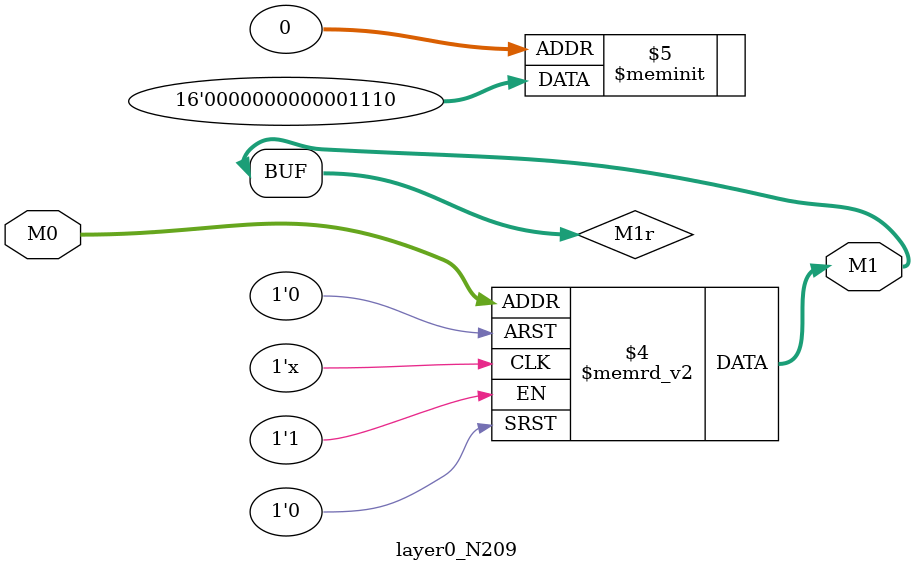
<source format=v>
module layer0_N209 ( input [2:0] M0, output [1:0] M1 );

	(*rom_style = "distributed" *) reg [1:0] M1r;
	assign M1 = M1r;
	always @ (M0) begin
		case (M0)
			3'b000: M1r = 2'b10;
			3'b100: M1r = 2'b00;
			3'b010: M1r = 2'b00;
			3'b110: M1r = 2'b00;
			3'b001: M1r = 2'b11;
			3'b101: M1r = 2'b00;
			3'b011: M1r = 2'b00;
			3'b111: M1r = 2'b00;

		endcase
	end
endmodule

</source>
